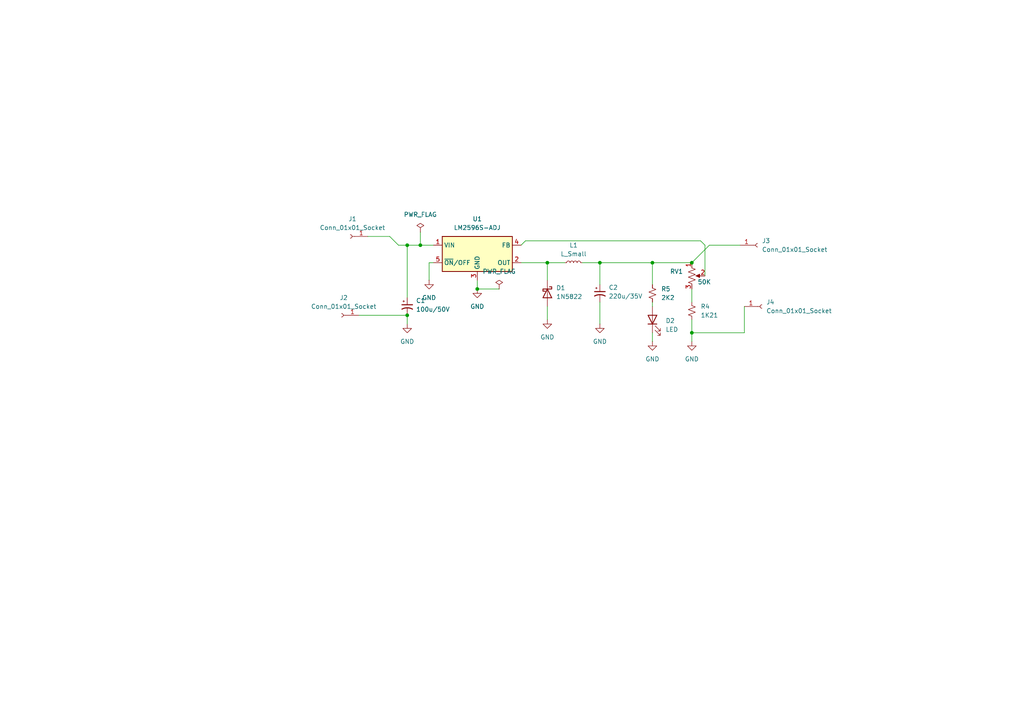
<source format=kicad_sch>
(kicad_sch
	(version 20250114)
	(generator "eeschema")
	(generator_version "9.0")
	(uuid "0fe25a95-418f-49de-89dd-47d1aebaf935")
	(paper "A4")
	(lib_symbols
		(symbol "Connector:Conn_01x01_Socket"
			(pin_names
				(offset 1.016)
				(hide yes)
			)
			(exclude_from_sim no)
			(in_bom yes)
			(on_board yes)
			(property "Reference" "J"
				(at 0 2.54 0)
				(effects
					(font
						(size 1.27 1.27)
					)
				)
			)
			(property "Value" "Conn_01x01_Socket"
				(at 0 -2.54 0)
				(effects
					(font
						(size 1.27 1.27)
					)
				)
			)
			(property "Footprint" ""
				(at 0 0 0)
				(effects
					(font
						(size 1.27 1.27)
					)
					(hide yes)
				)
			)
			(property "Datasheet" "~"
				(at 0 0 0)
				(effects
					(font
						(size 1.27 1.27)
					)
					(hide yes)
				)
			)
			(property "Description" "Generic connector, single row, 01x01, script generated"
				(at 0 0 0)
				(effects
					(font
						(size 1.27 1.27)
					)
					(hide yes)
				)
			)
			(property "ki_locked" ""
				(at 0 0 0)
				(effects
					(font
						(size 1.27 1.27)
					)
				)
			)
			(property "ki_keywords" "connector"
				(at 0 0 0)
				(effects
					(font
						(size 1.27 1.27)
					)
					(hide yes)
				)
			)
			(property "ki_fp_filters" "Connector*:*_1x??_*"
				(at 0 0 0)
				(effects
					(font
						(size 1.27 1.27)
					)
					(hide yes)
				)
			)
			(symbol "Conn_01x01_Socket_1_1"
				(polyline
					(pts
						(xy -1.27 0) (xy -0.508 0)
					)
					(stroke
						(width 0.1524)
						(type default)
					)
					(fill
						(type none)
					)
				)
				(arc
					(start 0 -0.508)
					(mid -0.5058 0)
					(end 0 0.508)
					(stroke
						(width 0.1524)
						(type default)
					)
					(fill
						(type none)
					)
				)
				(pin passive line
					(at -5.08 0 0)
					(length 3.81)
					(name "Pin_1"
						(effects
							(font
								(size 1.27 1.27)
							)
						)
					)
					(number "1"
						(effects
							(font
								(size 1.27 1.27)
							)
						)
					)
				)
			)
			(embedded_fonts no)
		)
		(symbol "Device:C_Polarized_Small_US"
			(pin_numbers
				(hide yes)
			)
			(pin_names
				(offset 0.254)
				(hide yes)
			)
			(exclude_from_sim no)
			(in_bom yes)
			(on_board yes)
			(property "Reference" "C"
				(at 0.254 1.778 0)
				(effects
					(font
						(size 1.27 1.27)
					)
					(justify left)
				)
			)
			(property "Value" "C_Polarized_Small_US"
				(at 0.254 -2.032 0)
				(effects
					(font
						(size 1.27 1.27)
					)
					(justify left)
				)
			)
			(property "Footprint" ""
				(at 0 0 0)
				(effects
					(font
						(size 1.27 1.27)
					)
					(hide yes)
				)
			)
			(property "Datasheet" "~"
				(at 0 0 0)
				(effects
					(font
						(size 1.27 1.27)
					)
					(hide yes)
				)
			)
			(property "Description" "Polarized capacitor, small US symbol"
				(at 0 0 0)
				(effects
					(font
						(size 1.27 1.27)
					)
					(hide yes)
				)
			)
			(property "ki_keywords" "cap capacitor"
				(at 0 0 0)
				(effects
					(font
						(size 1.27 1.27)
					)
					(hide yes)
				)
			)
			(property "ki_fp_filters" "CP_*"
				(at 0 0 0)
				(effects
					(font
						(size 1.27 1.27)
					)
					(hide yes)
				)
			)
			(symbol "C_Polarized_Small_US_0_1"
				(polyline
					(pts
						(xy -1.524 0.508) (xy 1.524 0.508)
					)
					(stroke
						(width 0.3048)
						(type default)
					)
					(fill
						(type none)
					)
				)
				(polyline
					(pts
						(xy -1.27 1.524) (xy -0.762 1.524)
					)
					(stroke
						(width 0)
						(type default)
					)
					(fill
						(type none)
					)
				)
				(polyline
					(pts
						(xy -1.016 1.27) (xy -1.016 1.778)
					)
					(stroke
						(width 0)
						(type default)
					)
					(fill
						(type none)
					)
				)
				(arc
					(start -1.524 -0.762)
					(mid 0 -0.3734)
					(end 1.524 -0.762)
					(stroke
						(width 0.3048)
						(type default)
					)
					(fill
						(type none)
					)
				)
			)
			(symbol "C_Polarized_Small_US_1_1"
				(pin passive line
					(at 0 2.54 270)
					(length 2.032)
					(name "~"
						(effects
							(font
								(size 1.27 1.27)
							)
						)
					)
					(number "1"
						(effects
							(font
								(size 1.27 1.27)
							)
						)
					)
				)
				(pin passive line
					(at 0 -2.54 90)
					(length 2.032)
					(name "~"
						(effects
							(font
								(size 1.27 1.27)
							)
						)
					)
					(number "2"
						(effects
							(font
								(size 1.27 1.27)
							)
						)
					)
				)
			)
			(embedded_fonts no)
		)
		(symbol "Device:LED"
			(pin_numbers
				(hide yes)
			)
			(pin_names
				(offset 1.016)
				(hide yes)
			)
			(exclude_from_sim no)
			(in_bom yes)
			(on_board yes)
			(property "Reference" "D"
				(at 0 2.54 0)
				(effects
					(font
						(size 1.27 1.27)
					)
				)
			)
			(property "Value" "LED"
				(at 0 -2.54 0)
				(effects
					(font
						(size 1.27 1.27)
					)
				)
			)
			(property "Footprint" ""
				(at 0 0 0)
				(effects
					(font
						(size 1.27 1.27)
					)
					(hide yes)
				)
			)
			(property "Datasheet" "~"
				(at 0 0 0)
				(effects
					(font
						(size 1.27 1.27)
					)
					(hide yes)
				)
			)
			(property "Description" "Light emitting diode"
				(at 0 0 0)
				(effects
					(font
						(size 1.27 1.27)
					)
					(hide yes)
				)
			)
			(property "Sim.Pins" "1=K 2=A"
				(at 0 0 0)
				(effects
					(font
						(size 1.27 1.27)
					)
					(hide yes)
				)
			)
			(property "ki_keywords" "LED diode"
				(at 0 0 0)
				(effects
					(font
						(size 1.27 1.27)
					)
					(hide yes)
				)
			)
			(property "ki_fp_filters" "LED* LED_SMD:* LED_THT:*"
				(at 0 0 0)
				(effects
					(font
						(size 1.27 1.27)
					)
					(hide yes)
				)
			)
			(symbol "LED_0_1"
				(polyline
					(pts
						(xy -3.048 -0.762) (xy -4.572 -2.286) (xy -3.81 -2.286) (xy -4.572 -2.286) (xy -4.572 -1.524)
					)
					(stroke
						(width 0)
						(type default)
					)
					(fill
						(type none)
					)
				)
				(polyline
					(pts
						(xy -1.778 -0.762) (xy -3.302 -2.286) (xy -2.54 -2.286) (xy -3.302 -2.286) (xy -3.302 -1.524)
					)
					(stroke
						(width 0)
						(type default)
					)
					(fill
						(type none)
					)
				)
				(polyline
					(pts
						(xy -1.27 0) (xy 1.27 0)
					)
					(stroke
						(width 0)
						(type default)
					)
					(fill
						(type none)
					)
				)
				(polyline
					(pts
						(xy -1.27 -1.27) (xy -1.27 1.27)
					)
					(stroke
						(width 0.254)
						(type default)
					)
					(fill
						(type none)
					)
				)
				(polyline
					(pts
						(xy 1.27 -1.27) (xy 1.27 1.27) (xy -1.27 0) (xy 1.27 -1.27)
					)
					(stroke
						(width 0.254)
						(type default)
					)
					(fill
						(type none)
					)
				)
			)
			(symbol "LED_1_1"
				(pin passive line
					(at -3.81 0 0)
					(length 2.54)
					(name "K"
						(effects
							(font
								(size 1.27 1.27)
							)
						)
					)
					(number "1"
						(effects
							(font
								(size 1.27 1.27)
							)
						)
					)
				)
				(pin passive line
					(at 3.81 0 180)
					(length 2.54)
					(name "A"
						(effects
							(font
								(size 1.27 1.27)
							)
						)
					)
					(number "2"
						(effects
							(font
								(size 1.27 1.27)
							)
						)
					)
				)
			)
			(embedded_fonts no)
		)
		(symbol "Device:L_Small"
			(pin_numbers
				(hide yes)
			)
			(pin_names
				(offset 0.254)
				(hide yes)
			)
			(exclude_from_sim no)
			(in_bom yes)
			(on_board yes)
			(property "Reference" "L"
				(at 0.762 1.016 0)
				(effects
					(font
						(size 1.27 1.27)
					)
					(justify left)
				)
			)
			(property "Value" "L_Small"
				(at 0.762 -1.016 0)
				(effects
					(font
						(size 1.27 1.27)
					)
					(justify left)
				)
			)
			(property "Footprint" ""
				(at 0 0 0)
				(effects
					(font
						(size 1.27 1.27)
					)
					(hide yes)
				)
			)
			(property "Datasheet" "~"
				(at 0 0 0)
				(effects
					(font
						(size 1.27 1.27)
					)
					(hide yes)
				)
			)
			(property "Description" "Inductor, small symbol"
				(at 0 0 0)
				(effects
					(font
						(size 1.27 1.27)
					)
					(hide yes)
				)
			)
			(property "ki_keywords" "inductor choke coil reactor magnetic"
				(at 0 0 0)
				(effects
					(font
						(size 1.27 1.27)
					)
					(hide yes)
				)
			)
			(property "ki_fp_filters" "Choke_* *Coil* Inductor_* L_*"
				(at 0 0 0)
				(effects
					(font
						(size 1.27 1.27)
					)
					(hide yes)
				)
			)
			(symbol "L_Small_0_1"
				(arc
					(start 0 2.032)
					(mid 0.5058 1.524)
					(end 0 1.016)
					(stroke
						(width 0)
						(type default)
					)
					(fill
						(type none)
					)
				)
				(arc
					(start 0 1.016)
					(mid 0.5058 0.508)
					(end 0 0)
					(stroke
						(width 0)
						(type default)
					)
					(fill
						(type none)
					)
				)
				(arc
					(start 0 0)
					(mid 0.5058 -0.508)
					(end 0 -1.016)
					(stroke
						(width 0)
						(type default)
					)
					(fill
						(type none)
					)
				)
				(arc
					(start 0 -1.016)
					(mid 0.5058 -1.524)
					(end 0 -2.032)
					(stroke
						(width 0)
						(type default)
					)
					(fill
						(type none)
					)
				)
			)
			(symbol "L_Small_1_1"
				(pin passive line
					(at 0 2.54 270)
					(length 0.508)
					(name "~"
						(effects
							(font
								(size 1.27 1.27)
							)
						)
					)
					(number "1"
						(effects
							(font
								(size 1.27 1.27)
							)
						)
					)
				)
				(pin passive line
					(at 0 -2.54 90)
					(length 0.508)
					(name "~"
						(effects
							(font
								(size 1.27 1.27)
							)
						)
					)
					(number "2"
						(effects
							(font
								(size 1.27 1.27)
							)
						)
					)
				)
			)
			(embedded_fonts no)
		)
		(symbol "Device:R_Potentiometer_US"
			(pin_names
				(offset 1.016)
				(hide yes)
			)
			(exclude_from_sim no)
			(in_bom yes)
			(on_board yes)
			(property "Reference" "RV"
				(at -4.445 0 90)
				(effects
					(font
						(size 1.27 1.27)
					)
				)
			)
			(property "Value" "R_Potentiometer_US"
				(at -2.54 0 90)
				(effects
					(font
						(size 1.27 1.27)
					)
				)
			)
			(property "Footprint" ""
				(at 0 0 0)
				(effects
					(font
						(size 1.27 1.27)
					)
					(hide yes)
				)
			)
			(property "Datasheet" "~"
				(at 0 0 0)
				(effects
					(font
						(size 1.27 1.27)
					)
					(hide yes)
				)
			)
			(property "Description" "Potentiometer, US symbol"
				(at 0 0 0)
				(effects
					(font
						(size 1.27 1.27)
					)
					(hide yes)
				)
			)
			(property "ki_keywords" "resistor variable"
				(at 0 0 0)
				(effects
					(font
						(size 1.27 1.27)
					)
					(hide yes)
				)
			)
			(property "ki_fp_filters" "Potentiometer*"
				(at 0 0 0)
				(effects
					(font
						(size 1.27 1.27)
					)
					(hide yes)
				)
			)
			(symbol "R_Potentiometer_US_0_1"
				(polyline
					(pts
						(xy 0 2.54) (xy 0 2.286)
					)
					(stroke
						(width 0)
						(type default)
					)
					(fill
						(type none)
					)
				)
				(polyline
					(pts
						(xy 0 2.286) (xy 1.016 1.905) (xy 0 1.524) (xy -1.016 1.143) (xy 0 0.762)
					)
					(stroke
						(width 0)
						(type default)
					)
					(fill
						(type none)
					)
				)
				(polyline
					(pts
						(xy 0 0.762) (xy 1.016 0.381) (xy 0 0) (xy -1.016 -0.381) (xy 0 -0.762)
					)
					(stroke
						(width 0)
						(type default)
					)
					(fill
						(type none)
					)
				)
				(polyline
					(pts
						(xy 0 -0.762) (xy 1.016 -1.143) (xy 0 -1.524) (xy -1.016 -1.905) (xy 0 -2.286)
					)
					(stroke
						(width 0)
						(type default)
					)
					(fill
						(type none)
					)
				)
				(polyline
					(pts
						(xy 0 -2.286) (xy 0 -2.54)
					)
					(stroke
						(width 0)
						(type default)
					)
					(fill
						(type none)
					)
				)
				(polyline
					(pts
						(xy 1.143 0) (xy 2.286 0.508) (xy 2.286 -0.508) (xy 1.143 0)
					)
					(stroke
						(width 0)
						(type default)
					)
					(fill
						(type outline)
					)
				)
				(polyline
					(pts
						(xy 2.54 0) (xy 1.524 0)
					)
					(stroke
						(width 0)
						(type default)
					)
					(fill
						(type none)
					)
				)
			)
			(symbol "R_Potentiometer_US_1_1"
				(pin passive line
					(at 0 3.81 270)
					(length 1.27)
					(name "1"
						(effects
							(font
								(size 1.27 1.27)
							)
						)
					)
					(number "1"
						(effects
							(font
								(size 1.27 1.27)
							)
						)
					)
				)
				(pin passive line
					(at 0 -3.81 90)
					(length 1.27)
					(name "3"
						(effects
							(font
								(size 1.27 1.27)
							)
						)
					)
					(number "3"
						(effects
							(font
								(size 1.27 1.27)
							)
						)
					)
				)
				(pin passive line
					(at 3.81 0 180)
					(length 1.27)
					(name "2"
						(effects
							(font
								(size 1.27 1.27)
							)
						)
					)
					(number "2"
						(effects
							(font
								(size 1.27 1.27)
							)
						)
					)
				)
			)
			(embedded_fonts no)
		)
		(symbol "Device:R_Small_US"
			(pin_numbers
				(hide yes)
			)
			(pin_names
				(offset 0.254)
				(hide yes)
			)
			(exclude_from_sim no)
			(in_bom yes)
			(on_board yes)
			(property "Reference" "R"
				(at 0.762 0.508 0)
				(effects
					(font
						(size 1.27 1.27)
					)
					(justify left)
				)
			)
			(property "Value" "R_Small_US"
				(at 0.762 -1.016 0)
				(effects
					(font
						(size 1.27 1.27)
					)
					(justify left)
				)
			)
			(property "Footprint" ""
				(at 0 0 0)
				(effects
					(font
						(size 1.27 1.27)
					)
					(hide yes)
				)
			)
			(property "Datasheet" "~"
				(at 0 0 0)
				(effects
					(font
						(size 1.27 1.27)
					)
					(hide yes)
				)
			)
			(property "Description" "Resistor, small US symbol"
				(at 0 0 0)
				(effects
					(font
						(size 1.27 1.27)
					)
					(hide yes)
				)
			)
			(property "ki_keywords" "r resistor"
				(at 0 0 0)
				(effects
					(font
						(size 1.27 1.27)
					)
					(hide yes)
				)
			)
			(property "ki_fp_filters" "R_*"
				(at 0 0 0)
				(effects
					(font
						(size 1.27 1.27)
					)
					(hide yes)
				)
			)
			(symbol "R_Small_US_1_1"
				(polyline
					(pts
						(xy 0 1.524) (xy 1.016 1.143) (xy 0 0.762) (xy -1.016 0.381) (xy 0 0)
					)
					(stroke
						(width 0)
						(type default)
					)
					(fill
						(type none)
					)
				)
				(polyline
					(pts
						(xy 0 0) (xy 1.016 -0.381) (xy 0 -0.762) (xy -1.016 -1.143) (xy 0 -1.524)
					)
					(stroke
						(width 0)
						(type default)
					)
					(fill
						(type none)
					)
				)
				(pin passive line
					(at 0 2.54 270)
					(length 1.016)
					(name "~"
						(effects
							(font
								(size 1.27 1.27)
							)
						)
					)
					(number "1"
						(effects
							(font
								(size 1.27 1.27)
							)
						)
					)
				)
				(pin passive line
					(at 0 -2.54 90)
					(length 1.016)
					(name "~"
						(effects
							(font
								(size 1.27 1.27)
							)
						)
					)
					(number "2"
						(effects
							(font
								(size 1.27 1.27)
							)
						)
					)
				)
			)
			(embedded_fonts no)
		)
		(symbol "Diode:1N5822"
			(pin_numbers
				(hide yes)
			)
			(pin_names
				(offset 1.016)
				(hide yes)
			)
			(exclude_from_sim no)
			(in_bom yes)
			(on_board yes)
			(property "Reference" "D"
				(at 0 2.54 0)
				(effects
					(font
						(size 1.27 1.27)
					)
				)
			)
			(property "Value" "1N5822"
				(at 0 -2.54 0)
				(effects
					(font
						(size 1.27 1.27)
					)
				)
			)
			(property "Footprint" "Diode_THT:D_DO-201AD_P15.24mm_Horizontal"
				(at 0 -4.445 0)
				(effects
					(font
						(size 1.27 1.27)
					)
					(hide yes)
				)
			)
			(property "Datasheet" "http://www.vishay.com/docs/88526/1n5820.pdf"
				(at 0 0 0)
				(effects
					(font
						(size 1.27 1.27)
					)
					(hide yes)
				)
			)
			(property "Description" "40V 3A Schottky Barrier Rectifier Diode, DO-201AD"
				(at 0 0 0)
				(effects
					(font
						(size 1.27 1.27)
					)
					(hide yes)
				)
			)
			(property "ki_keywords" "diode Schottky"
				(at 0 0 0)
				(effects
					(font
						(size 1.27 1.27)
					)
					(hide yes)
				)
			)
			(property "ki_fp_filters" "D*DO?201AD*"
				(at 0 0 0)
				(effects
					(font
						(size 1.27 1.27)
					)
					(hide yes)
				)
			)
			(symbol "1N5822_0_1"
				(polyline
					(pts
						(xy -1.905 0.635) (xy -1.905 1.27) (xy -1.27 1.27) (xy -1.27 -1.27) (xy -0.635 -1.27) (xy -0.635 -0.635)
					)
					(stroke
						(width 0.254)
						(type default)
					)
					(fill
						(type none)
					)
				)
				(polyline
					(pts
						(xy 1.27 1.27) (xy 1.27 -1.27) (xy -1.27 0) (xy 1.27 1.27)
					)
					(stroke
						(width 0.254)
						(type default)
					)
					(fill
						(type none)
					)
				)
				(polyline
					(pts
						(xy 1.27 0) (xy -1.27 0)
					)
					(stroke
						(width 0)
						(type default)
					)
					(fill
						(type none)
					)
				)
			)
			(symbol "1N5822_1_1"
				(pin passive line
					(at -3.81 0 0)
					(length 2.54)
					(name "K"
						(effects
							(font
								(size 1.27 1.27)
							)
						)
					)
					(number "1"
						(effects
							(font
								(size 1.27 1.27)
							)
						)
					)
				)
				(pin passive line
					(at 3.81 0 180)
					(length 2.54)
					(name "A"
						(effects
							(font
								(size 1.27 1.27)
							)
						)
					)
					(number "2"
						(effects
							(font
								(size 1.27 1.27)
							)
						)
					)
				)
			)
			(embedded_fonts no)
		)
		(symbol "Regulator_Switching:LM2596S-ADJ"
			(exclude_from_sim no)
			(in_bom yes)
			(on_board yes)
			(property "Reference" "U"
				(at -10.16 6.35 0)
				(effects
					(font
						(size 1.27 1.27)
					)
					(justify left)
				)
			)
			(property "Value" "LM2596S-ADJ"
				(at 0 6.35 0)
				(effects
					(font
						(size 1.27 1.27)
					)
					(justify left)
				)
			)
			(property "Footprint" "Package_TO_SOT_SMD:TO-263-5_TabPin3"
				(at 1.27 -6.35 0)
				(effects
					(font
						(size 1.27 1.27)
						(italic yes)
					)
					(justify left)
					(hide yes)
				)
			)
			(property "Datasheet" "http://www.ti.com/lit/ds/symlink/lm2596.pdf"
				(at 0 0 0)
				(effects
					(font
						(size 1.27 1.27)
					)
					(hide yes)
				)
			)
			(property "Description" "Adjustable 3A Step-Down Voltage Regulator, TO-263"
				(at 0 0 0)
				(effects
					(font
						(size 1.27 1.27)
					)
					(hide yes)
				)
			)
			(property "ki_keywords" "Step-Down Voltage Regulator Adjustable 3A"
				(at 0 0 0)
				(effects
					(font
						(size 1.27 1.27)
					)
					(hide yes)
				)
			)
			(property "ki_fp_filters" "TO?263*"
				(at 0 0 0)
				(effects
					(font
						(size 1.27 1.27)
					)
					(hide yes)
				)
			)
			(symbol "LM2596S-ADJ_0_1"
				(rectangle
					(start -10.16 5.08)
					(end 10.16 -5.08)
					(stroke
						(width 0.254)
						(type default)
					)
					(fill
						(type background)
					)
				)
			)
			(symbol "LM2596S-ADJ_1_1"
				(pin power_in line
					(at -12.7 2.54 0)
					(length 2.54)
					(name "VIN"
						(effects
							(font
								(size 1.27 1.27)
							)
						)
					)
					(number "1"
						(effects
							(font
								(size 1.27 1.27)
							)
						)
					)
				)
				(pin input line
					(at -12.7 -2.54 0)
					(length 2.54)
					(name "~{ON}/OFF"
						(effects
							(font
								(size 1.27 1.27)
							)
						)
					)
					(number "5"
						(effects
							(font
								(size 1.27 1.27)
							)
						)
					)
				)
				(pin power_in line
					(at 0 -7.62 90)
					(length 2.54)
					(name "GND"
						(effects
							(font
								(size 1.27 1.27)
							)
						)
					)
					(number "3"
						(effects
							(font
								(size 1.27 1.27)
							)
						)
					)
				)
				(pin input line
					(at 12.7 2.54 180)
					(length 2.54)
					(name "FB"
						(effects
							(font
								(size 1.27 1.27)
							)
						)
					)
					(number "4"
						(effects
							(font
								(size 1.27 1.27)
							)
						)
					)
				)
				(pin output line
					(at 12.7 -2.54 180)
					(length 2.54)
					(name "OUT"
						(effects
							(font
								(size 1.27 1.27)
							)
						)
					)
					(number "2"
						(effects
							(font
								(size 1.27 1.27)
							)
						)
					)
				)
			)
			(embedded_fonts no)
		)
		(symbol "power:GND"
			(power)
			(pin_numbers
				(hide yes)
			)
			(pin_names
				(offset 0)
				(hide yes)
			)
			(exclude_from_sim no)
			(in_bom yes)
			(on_board yes)
			(property "Reference" "#PWR"
				(at 0 -6.35 0)
				(effects
					(font
						(size 1.27 1.27)
					)
					(hide yes)
				)
			)
			(property "Value" "GND"
				(at 0 -3.81 0)
				(effects
					(font
						(size 1.27 1.27)
					)
				)
			)
			(property "Footprint" ""
				(at 0 0 0)
				(effects
					(font
						(size 1.27 1.27)
					)
					(hide yes)
				)
			)
			(property "Datasheet" ""
				(at 0 0 0)
				(effects
					(font
						(size 1.27 1.27)
					)
					(hide yes)
				)
			)
			(property "Description" "Power symbol creates a global label with name \"GND\" , ground"
				(at 0 0 0)
				(effects
					(font
						(size 1.27 1.27)
					)
					(hide yes)
				)
			)
			(property "ki_keywords" "global power"
				(at 0 0 0)
				(effects
					(font
						(size 1.27 1.27)
					)
					(hide yes)
				)
			)
			(symbol "GND_0_1"
				(polyline
					(pts
						(xy 0 0) (xy 0 -1.27) (xy 1.27 -1.27) (xy 0 -2.54) (xy -1.27 -1.27) (xy 0 -1.27)
					)
					(stroke
						(width 0)
						(type default)
					)
					(fill
						(type none)
					)
				)
			)
			(symbol "GND_1_1"
				(pin power_in line
					(at 0 0 270)
					(length 0)
					(name "~"
						(effects
							(font
								(size 1.27 1.27)
							)
						)
					)
					(number "1"
						(effects
							(font
								(size 1.27 1.27)
							)
						)
					)
				)
			)
			(embedded_fonts no)
		)
		(symbol "power:PWR_FLAG"
			(power)
			(pin_numbers
				(hide yes)
			)
			(pin_names
				(offset 0)
				(hide yes)
			)
			(exclude_from_sim no)
			(in_bom yes)
			(on_board yes)
			(property "Reference" "#FLG"
				(at 0 1.905 0)
				(effects
					(font
						(size 1.27 1.27)
					)
					(hide yes)
				)
			)
			(property "Value" "PWR_FLAG"
				(at 0 3.81 0)
				(effects
					(font
						(size 1.27 1.27)
					)
				)
			)
			(property "Footprint" ""
				(at 0 0 0)
				(effects
					(font
						(size 1.27 1.27)
					)
					(hide yes)
				)
			)
			(property "Datasheet" "~"
				(at 0 0 0)
				(effects
					(font
						(size 1.27 1.27)
					)
					(hide yes)
				)
			)
			(property "Description" "Special symbol for telling ERC where power comes from"
				(at 0 0 0)
				(effects
					(font
						(size 1.27 1.27)
					)
					(hide yes)
				)
			)
			(property "ki_keywords" "flag power"
				(at 0 0 0)
				(effects
					(font
						(size 1.27 1.27)
					)
					(hide yes)
				)
			)
			(symbol "PWR_FLAG_0_0"
				(pin power_out line
					(at 0 0 90)
					(length 0)
					(name "~"
						(effects
							(font
								(size 1.27 1.27)
							)
						)
					)
					(number "1"
						(effects
							(font
								(size 1.27 1.27)
							)
						)
					)
				)
			)
			(symbol "PWR_FLAG_0_1"
				(polyline
					(pts
						(xy 0 0) (xy 0 1.27) (xy -1.016 1.905) (xy 0 2.54) (xy 1.016 1.905) (xy 0 1.27)
					)
					(stroke
						(width 0)
						(type default)
					)
					(fill
						(type none)
					)
				)
			)
			(embedded_fonts no)
		)
	)
	(junction
		(at 138.43 83.82)
		(diameter 0)
		(color 0 0 0 0)
		(uuid "0805311c-3c2e-4762-966b-5132682ccd50")
	)
	(junction
		(at 158.75 76.2)
		(diameter 0)
		(color 0 0 0 0)
		(uuid "39804e33-ea11-41cf-bad2-967bfd9fdddc")
	)
	(junction
		(at 173.99 76.2)
		(diameter 0)
		(color 0 0 0 0)
		(uuid "39f1f990-3bf5-4e9a-b1d6-67d91d2803e1")
	)
	(junction
		(at 118.11 71.12)
		(diameter 0)
		(color 0 0 0 0)
		(uuid "3b8ef363-de8e-433c-b442-e2a49c30fd56")
	)
	(junction
		(at 118.11 91.44)
		(diameter 0)
		(color 0 0 0 0)
		(uuid "6e733c3b-8d47-48eb-b355-34a212c5c5aa")
	)
	(junction
		(at 200.66 96.52)
		(diameter 0)
		(color 0 0 0 0)
		(uuid "8f44aecb-7bc0-4e71-a40f-bbe500f71cd7")
	)
	(junction
		(at 121.92 71.12)
		(diameter 0)
		(color 0 0 0 0)
		(uuid "b0a8304e-11cb-409e-84d6-a6c8e080ebd3")
	)
	(junction
		(at 200.66 76.2)
		(diameter 0)
		(color 0 0 0 0)
		(uuid "cb0ffc17-38e1-4d92-9302-fc76ac3ae1ce")
	)
	(junction
		(at 189.23 76.2)
		(diameter 0)
		(color 0 0 0 0)
		(uuid "e515c3f1-a5a6-4123-a6da-694a6da62b89")
	)
	(wire
		(pts
			(xy 151.13 76.2) (xy 158.75 76.2)
		)
		(stroke
			(width 0)
			(type default)
		)
		(uuid "017ec3ed-2f70-4e45-b979-e9540818f938")
	)
	(wire
		(pts
			(xy 106.68 68.58) (xy 113.03 68.58)
		)
		(stroke
			(width 0)
			(type default)
		)
		(uuid "04ba6b7a-8641-424d-a355-85e2f1fe242d")
	)
	(wire
		(pts
			(xy 118.11 71.12) (xy 121.92 71.12)
		)
		(stroke
			(width 0)
			(type default)
		)
		(uuid "0b6cd6fa-2d2e-4425-88ba-cf5de06d85c7")
	)
	(wire
		(pts
			(xy 118.11 71.12) (xy 118.11 86.36)
		)
		(stroke
			(width 0)
			(type default)
		)
		(uuid "1942b715-6fa0-4733-9b2a-a32d2ca1c386")
	)
	(wire
		(pts
			(xy 152.4 69.85) (xy 151.13 71.12)
		)
		(stroke
			(width 0)
			(type default)
		)
		(uuid "1cfad6b3-dd98-48e6-8907-5051579e6f47")
	)
	(wire
		(pts
			(xy 138.43 83.82) (xy 144.78 83.82)
		)
		(stroke
			(width 0)
			(type default)
		)
		(uuid "1d8432e7-008a-494a-94e3-ae4909d71aa1")
	)
	(wire
		(pts
			(xy 124.46 76.2) (xy 124.46 81.28)
		)
		(stroke
			(width 0)
			(type default)
		)
		(uuid "2032d162-ce1b-469e-8663-888bf52014cf")
	)
	(wire
		(pts
			(xy 121.92 71.12) (xy 125.73 71.12)
		)
		(stroke
			(width 0)
			(type default)
		)
		(uuid "22171e2b-4fff-4bea-b435-956326df2c02")
	)
	(wire
		(pts
			(xy 200.66 96.52) (xy 200.66 99.06)
		)
		(stroke
			(width 0)
			(type default)
		)
		(uuid "2669da8c-433c-453a-a6dc-5e171cd5811c")
	)
	(wire
		(pts
			(xy 173.99 76.2) (xy 173.99 82.55)
		)
		(stroke
			(width 0)
			(type default)
		)
		(uuid "2703e170-b65d-46c8-b262-450e6af9f29e")
	)
	(wire
		(pts
			(xy 121.92 67.31) (xy 121.92 71.12)
		)
		(stroke
			(width 0)
			(type default)
		)
		(uuid "29fb7d67-b596-47e5-a423-a54d866f534b")
	)
	(wire
		(pts
			(xy 138.43 81.28) (xy 138.43 83.82)
		)
		(stroke
			(width 0)
			(type default)
		)
		(uuid "35072d3c-ba5e-47d3-acd1-ecc05660ce8d")
	)
	(wire
		(pts
			(xy 214.63 71.12) (xy 205.74 71.12)
		)
		(stroke
			(width 0)
			(type default)
		)
		(uuid "363d7024-8c32-4f9a-b771-21f42e2a50ec")
	)
	(wire
		(pts
			(xy 173.99 76.2) (xy 189.23 76.2)
		)
		(stroke
			(width 0)
			(type default)
		)
		(uuid "3f92234b-3cbd-4da7-b116-0f7dfb02e27d")
	)
	(wire
		(pts
			(xy 158.75 76.2) (xy 163.83 76.2)
		)
		(stroke
			(width 0)
			(type default)
		)
		(uuid "46ae771d-4321-478f-91e2-5bd985f1dba7")
	)
	(wire
		(pts
			(xy 158.75 76.2) (xy 158.75 81.28)
		)
		(stroke
			(width 0)
			(type default)
		)
		(uuid "4da9eadb-1967-4017-b5b4-0993583961aa")
	)
	(wire
		(pts
			(xy 118.11 91.44) (xy 118.11 93.98)
		)
		(stroke
			(width 0)
			(type default)
		)
		(uuid "4dc6f53a-3e7b-4e4b-a148-5ce8d0f23171")
	)
	(wire
		(pts
			(xy 200.66 92.71) (xy 200.66 96.52)
		)
		(stroke
			(width 0)
			(type default)
		)
		(uuid "5065a638-7975-4232-8ccd-b7a7fe58f2d1")
	)
	(wire
		(pts
			(xy 115.57 71.12) (xy 118.11 71.12)
		)
		(stroke
			(width 0)
			(type default)
		)
		(uuid "533363c8-eba2-4633-b434-3702f309a8bc")
	)
	(wire
		(pts
			(xy 158.75 88.9) (xy 158.75 92.71)
		)
		(stroke
			(width 0)
			(type default)
		)
		(uuid "5d1c95c3-5a6f-4f9a-9874-49f00cbe949f")
	)
	(wire
		(pts
			(xy 189.23 76.2) (xy 200.66 76.2)
		)
		(stroke
			(width 0)
			(type default)
		)
		(uuid "62c09a65-4994-4b10-a6b5-d8f919012833")
	)
	(wire
		(pts
			(xy 189.23 87.63) (xy 189.23 88.9)
		)
		(stroke
			(width 0)
			(type default)
		)
		(uuid "62e72f15-ddec-45e8-857a-0f92197b50fd")
	)
	(wire
		(pts
			(xy 205.74 71.12) (xy 200.66 76.2)
		)
		(stroke
			(width 0)
			(type default)
		)
		(uuid "77ca6f30-9a6e-4383-aff9-fd353f1e9f92")
	)
	(wire
		(pts
			(xy 200.66 83.82) (xy 200.66 87.63)
		)
		(stroke
			(width 0)
			(type default)
		)
		(uuid "7b055175-ea8b-461a-824a-21059c7fd6e9")
	)
	(wire
		(pts
			(xy 204.47 71.12) (xy 203.2 69.85)
		)
		(stroke
			(width 0)
			(type default)
		)
		(uuid "8a02ef23-80db-40a3-bd9a-fb7f8a2006fd")
	)
	(wire
		(pts
			(xy 173.99 87.63) (xy 173.99 93.98)
		)
		(stroke
			(width 0)
			(type default)
		)
		(uuid "8a3fb913-0ed4-4203-8a5a-1ffc1243154e")
	)
	(wire
		(pts
			(xy 113.03 68.58) (xy 115.57 71.12)
		)
		(stroke
			(width 0)
			(type default)
		)
		(uuid "94821dfe-582d-4df9-8bf0-cfbdffc2c4c1")
	)
	(wire
		(pts
			(xy 204.47 80.01) (xy 204.47 71.12)
		)
		(stroke
			(width 0)
			(type default)
		)
		(uuid "a2fc2813-e38e-4c11-94e0-a5336fdc9e21")
	)
	(wire
		(pts
			(xy 203.2 69.85) (xy 152.4 69.85)
		)
		(stroke
			(width 0)
			(type default)
		)
		(uuid "b3340092-999d-490b-ae1b-faf455d022f6")
	)
	(wire
		(pts
			(xy 189.23 76.2) (xy 189.23 82.55)
		)
		(stroke
			(width 0)
			(type default)
		)
		(uuid "b48c6887-b469-471e-af80-f0cba329fdbb")
	)
	(wire
		(pts
			(xy 168.91 76.2) (xy 173.99 76.2)
		)
		(stroke
			(width 0)
			(type default)
		)
		(uuid "c1d6eda8-923f-458d-8d84-c3d5e6c56fbd")
	)
	(wire
		(pts
			(xy 124.46 76.2) (xy 125.73 76.2)
		)
		(stroke
			(width 0)
			(type default)
		)
		(uuid "c3d1bf6c-e832-45ca-9c2c-da5f41a44b90")
	)
	(wire
		(pts
			(xy 104.14 91.44) (xy 118.11 91.44)
		)
		(stroke
			(width 0)
			(type default)
		)
		(uuid "d1cd0ffe-e153-414a-bc9e-fcc5b70802ef")
	)
	(wire
		(pts
			(xy 215.9 88.9) (xy 215.9 96.52)
		)
		(stroke
			(width 0)
			(type default)
		)
		(uuid "d7745527-04ef-4bbf-ada3-4dde12e66ae8")
	)
	(wire
		(pts
			(xy 200.66 96.52) (xy 215.9 96.52)
		)
		(stroke
			(width 0)
			(type default)
		)
		(uuid "dfbc3e82-adf2-4b37-9d68-89a070fa30d9")
	)
	(wire
		(pts
			(xy 189.23 96.52) (xy 189.23 99.06)
		)
		(stroke
			(width 0)
			(type default)
		)
		(uuid "f43ca653-5200-4c0a-a21c-163dc56d4484")
	)
	(symbol
		(lib_id "power:GND")
		(at 118.11 93.98 0)
		(unit 1)
		(exclude_from_sim no)
		(in_bom yes)
		(on_board yes)
		(dnp no)
		(fields_autoplaced yes)
		(uuid "05e78199-6952-4d52-9ebb-0d0574ec6af0")
		(property "Reference" "#PWR02"
			(at 118.11 100.33 0)
			(effects
				(font
					(size 1.27 1.27)
				)
				(hide yes)
			)
		)
		(property "Value" "GND"
			(at 118.11 99.06 0)
			(effects
				(font
					(size 1.27 1.27)
				)
			)
		)
		(property "Footprint" ""
			(at 118.11 93.98 0)
			(effects
				(font
					(size 1.27 1.27)
				)
				(hide yes)
			)
		)
		(property "Datasheet" ""
			(at 118.11 93.98 0)
			(effects
				(font
					(size 1.27 1.27)
				)
				(hide yes)
			)
		)
		(property "Description" "Power symbol creates a global label with name \"GND\" , ground"
			(at 118.11 93.98 0)
			(effects
				(font
					(size 1.27 1.27)
				)
				(hide yes)
			)
		)
		(pin "1"
			(uuid "8f57eec0-3e37-44b3-b92c-343fcf463290")
		)
		(instances
			(project "buck_converter"
				(path "/0fe25a95-418f-49de-89dd-47d1aebaf935"
					(reference "#PWR02")
					(unit 1)
				)
			)
		)
	)
	(symbol
		(lib_id "Device:C_Polarized_Small_US")
		(at 173.99 85.09 0)
		(unit 1)
		(exclude_from_sim no)
		(in_bom yes)
		(on_board yes)
		(dnp no)
		(fields_autoplaced yes)
		(uuid "0672c60c-f59d-49cc-8cdd-ed0d976b6de2")
		(property "Reference" "C2"
			(at 176.53 83.3881 0)
			(effects
				(font
					(size 1.27 1.27)
				)
				(justify left)
			)
		)
		(property "Value" "220u/35V"
			(at 176.53 85.9281 0)
			(effects
				(font
					(size 1.27 1.27)
				)
				(justify left)
			)
		)
		(property "Footprint" "Capacitor_SMD:CP_Elec_6.3x5.3"
			(at 173.99 85.09 0)
			(effects
				(font
					(size 1.27 1.27)
				)
				(hide yes)
			)
		)
		(property "Datasheet" "~"
			(at 173.99 85.09 0)
			(effects
				(font
					(size 1.27 1.27)
				)
				(hide yes)
			)
		)
		(property "Description" "Polarized capacitor, small US symbol"
			(at 173.99 85.09 0)
			(effects
				(font
					(size 1.27 1.27)
				)
				(hide yes)
			)
		)
		(pin "2"
			(uuid "22aa8d77-18af-4305-93d9-72c27121840c")
		)
		(pin "1"
			(uuid "43bd00ee-218c-4f6a-972d-edb052368c7e")
		)
		(instances
			(project ""
				(path "/0fe25a95-418f-49de-89dd-47d1aebaf935"
					(reference "C2")
					(unit 1)
				)
			)
		)
	)
	(symbol
		(lib_id "Connector:Conn_01x01_Socket")
		(at 220.98 88.9 0)
		(unit 1)
		(exclude_from_sim no)
		(in_bom yes)
		(on_board yes)
		(dnp no)
		(fields_autoplaced yes)
		(uuid "0cadcc45-9d37-4a06-b5d6-94bf3fa58b92")
		(property "Reference" "J4"
			(at 222.25 87.6299 0)
			(effects
				(font
					(size 1.27 1.27)
				)
				(justify left)
			)
		)
		(property "Value" "Conn_01x01_Socket"
			(at 222.25 90.1699 0)
			(effects
				(font
					(size 1.27 1.27)
				)
				(justify left)
			)
		)
		(property "Footprint" "Connector_Wire:SolderWire-0.5sqmm_1x01_D0.9mm_OD2.1mm"
			(at 220.98 88.9 0)
			(effects
				(font
					(size 1.27 1.27)
				)
				(hide yes)
			)
		)
		(property "Datasheet" "~"
			(at 220.98 88.9 0)
			(effects
				(font
					(size 1.27 1.27)
				)
				(hide yes)
			)
		)
		(property "Description" "Generic connector, single row, 01x01, script generated"
			(at 220.98 88.9 0)
			(effects
				(font
					(size 1.27 1.27)
				)
				(hide yes)
			)
		)
		(pin "1"
			(uuid "a4807ab7-6273-4499-b57e-233256395586")
		)
		(instances
			(project "buck_converter"
				(path "/0fe25a95-418f-49de-89dd-47d1aebaf935"
					(reference "J4")
					(unit 1)
				)
			)
		)
	)
	(symbol
		(lib_id "Device:R_Small_US")
		(at 200.66 90.17 0)
		(unit 1)
		(exclude_from_sim no)
		(in_bom yes)
		(on_board yes)
		(dnp no)
		(fields_autoplaced yes)
		(uuid "154c95d7-a5fa-4a75-ba2d-8a919b59eaae")
		(property "Reference" "R4"
			(at 203.2 88.8999 0)
			(effects
				(font
					(size 1.27 1.27)
				)
				(justify left)
			)
		)
		(property "Value" "1K21"
			(at 203.2 91.4399 0)
			(effects
				(font
					(size 1.27 1.27)
				)
				(justify left)
			)
		)
		(property "Footprint" "Resistor_SMD:R_0402_1005Metric"
			(at 200.66 90.17 0)
			(effects
				(font
					(size 1.27 1.27)
				)
				(hide yes)
			)
		)
		(property "Datasheet" "~"
			(at 200.66 90.17 0)
			(effects
				(font
					(size 1.27 1.27)
				)
				(hide yes)
			)
		)
		(property "Description" "Resistor, small US symbol"
			(at 200.66 90.17 0)
			(effects
				(font
					(size 1.27 1.27)
				)
				(hide yes)
			)
		)
		(pin "1"
			(uuid "1e38a80f-2136-4eb5-8f13-8f985c379b2c")
		)
		(pin "2"
			(uuid "869b5a2b-ee8a-43d0-9f9a-87fb6d443c1d")
		)
		(instances
			(project ""
				(path "/0fe25a95-418f-49de-89dd-47d1aebaf935"
					(reference "R4")
					(unit 1)
				)
			)
		)
	)
	(symbol
		(lib_id "power:GND")
		(at 189.23 99.06 0)
		(unit 1)
		(exclude_from_sim no)
		(in_bom yes)
		(on_board yes)
		(dnp no)
		(fields_autoplaced yes)
		(uuid "29885030-9432-40a2-aa27-fd946b50053b")
		(property "Reference" "#PWR06"
			(at 189.23 105.41 0)
			(effects
				(font
					(size 1.27 1.27)
				)
				(hide yes)
			)
		)
		(property "Value" "GND"
			(at 189.23 104.14 0)
			(effects
				(font
					(size 1.27 1.27)
				)
			)
		)
		(property "Footprint" ""
			(at 189.23 99.06 0)
			(effects
				(font
					(size 1.27 1.27)
				)
				(hide yes)
			)
		)
		(property "Datasheet" ""
			(at 189.23 99.06 0)
			(effects
				(font
					(size 1.27 1.27)
				)
				(hide yes)
			)
		)
		(property "Description" "Power symbol creates a global label with name \"GND\" , ground"
			(at 189.23 99.06 0)
			(effects
				(font
					(size 1.27 1.27)
				)
				(hide yes)
			)
		)
		(pin "1"
			(uuid "7a970708-0fc0-42b4-b86b-52be35beb407")
		)
		(instances
			(project "buck_converter"
				(path "/0fe25a95-418f-49de-89dd-47d1aebaf935"
					(reference "#PWR06")
					(unit 1)
				)
			)
		)
	)
	(symbol
		(lib_id "power:GND")
		(at 158.75 92.71 0)
		(unit 1)
		(exclude_from_sim no)
		(in_bom yes)
		(on_board yes)
		(dnp no)
		(fields_autoplaced yes)
		(uuid "3d6bad05-0692-45fb-af3f-8d7f17a7d834")
		(property "Reference" "#PWR04"
			(at 158.75 99.06 0)
			(effects
				(font
					(size 1.27 1.27)
				)
				(hide yes)
			)
		)
		(property "Value" "GND"
			(at 158.75 97.79 0)
			(effects
				(font
					(size 1.27 1.27)
				)
			)
		)
		(property "Footprint" ""
			(at 158.75 92.71 0)
			(effects
				(font
					(size 1.27 1.27)
				)
				(hide yes)
			)
		)
		(property "Datasheet" ""
			(at 158.75 92.71 0)
			(effects
				(font
					(size 1.27 1.27)
				)
				(hide yes)
			)
		)
		(property "Description" "Power symbol creates a global label with name \"GND\" , ground"
			(at 158.75 92.71 0)
			(effects
				(font
					(size 1.27 1.27)
				)
				(hide yes)
			)
		)
		(pin "1"
			(uuid "98afd81c-e0e3-4976-af4b-71a5b6f7c376")
		)
		(instances
			(project "buck_converter"
				(path "/0fe25a95-418f-49de-89dd-47d1aebaf935"
					(reference "#PWR04")
					(unit 1)
				)
			)
		)
	)
	(symbol
		(lib_id "Device:C_Polarized_Small_US")
		(at 118.11 88.9 0)
		(unit 1)
		(exclude_from_sim no)
		(in_bom yes)
		(on_board yes)
		(dnp no)
		(fields_autoplaced yes)
		(uuid "3e2fb418-6db0-4368-81d2-da7a3d091024")
		(property "Reference" "C1"
			(at 120.65 87.1981 0)
			(effects
				(font
					(size 1.27 1.27)
				)
				(justify left)
			)
		)
		(property "Value" "100u/50V"
			(at 120.65 89.7381 0)
			(effects
				(font
					(size 1.27 1.27)
				)
				(justify left)
			)
		)
		(property "Footprint" "Capacitor_SMD:CP_Elec_6.3x5.3"
			(at 118.11 88.9 0)
			(effects
				(font
					(size 1.27 1.27)
				)
				(hide yes)
			)
		)
		(property "Datasheet" "~"
			(at 118.11 88.9 0)
			(effects
				(font
					(size 1.27 1.27)
				)
				(hide yes)
			)
		)
		(property "Description" "Polarized capacitor, small US symbol"
			(at 118.11 88.9 0)
			(effects
				(font
					(size 1.27 1.27)
				)
				(hide yes)
			)
		)
		(pin "1"
			(uuid "62a4dd6c-7a0f-43dc-9683-5b620b5dd1b8")
		)
		(pin "2"
			(uuid "58ad6f0d-a664-4dd7-94e4-1aee2ada2a3b")
		)
		(instances
			(project ""
				(path "/0fe25a95-418f-49de-89dd-47d1aebaf935"
					(reference "C1")
					(unit 1)
				)
			)
		)
	)
	(symbol
		(lib_id "Regulator_Switching:LM2596S-ADJ")
		(at 138.43 73.66 0)
		(unit 1)
		(exclude_from_sim no)
		(in_bom yes)
		(on_board yes)
		(dnp no)
		(fields_autoplaced yes)
		(uuid "43b06bd5-197c-4da5-9435-0ba4d65915c9")
		(property "Reference" "U1"
			(at 138.43 63.5 0)
			(effects
				(font
					(size 1.27 1.27)
				)
			)
		)
		(property "Value" "LM2596S-ADJ"
			(at 138.43 66.04 0)
			(effects
				(font
					(size 1.27 1.27)
				)
			)
		)
		(property "Footprint" "Package_TO_SOT_SMD:TO-263-5_TabPin3"
			(at 139.7 80.01 0)
			(effects
				(font
					(size 1.27 1.27)
					(italic yes)
				)
				(justify left)
				(hide yes)
			)
		)
		(property "Datasheet" "http://www.ti.com/lit/ds/symlink/lm2596.pdf"
			(at 138.43 73.66 0)
			(effects
				(font
					(size 1.27 1.27)
				)
				(hide yes)
			)
		)
		(property "Description" "Adjustable 3A Step-Down Voltage Regulator, TO-263"
			(at 138.43 73.66 0)
			(effects
				(font
					(size 1.27 1.27)
				)
				(hide yes)
			)
		)
		(pin "5"
			(uuid "8ebec704-8f8a-40d4-b846-672cc6a1903b")
		)
		(pin "3"
			(uuid "44dc30f2-a287-4a24-9cb8-eee973bb0b8b")
		)
		(pin "1"
			(uuid "576e13dd-d2f8-47ad-aa4e-fa5ece0a679a")
		)
		(pin "4"
			(uuid "71369e60-0917-4fab-b305-41718044139f")
		)
		(pin "2"
			(uuid "91fb4df7-10f4-4933-8af8-1ec16ec872a1")
		)
		(instances
			(project ""
				(path "/0fe25a95-418f-49de-89dd-47d1aebaf935"
					(reference "U1")
					(unit 1)
				)
			)
		)
	)
	(symbol
		(lib_id "Device:L_Small")
		(at 166.37 76.2 90)
		(unit 1)
		(exclude_from_sim no)
		(in_bom yes)
		(on_board yes)
		(dnp no)
		(fields_autoplaced yes)
		(uuid "493d19a1-268e-4670-b972-dde7beab1d0b")
		(property "Reference" "L1"
			(at 166.37 71.12 90)
			(effects
				(font
					(size 1.27 1.27)
				)
			)
		)
		(property "Value" "L_Small"
			(at 166.37 73.66 90)
			(effects
				(font
					(size 1.27 1.27)
				)
			)
		)
		(property "Footprint" "Inductor_SMD:L_Chilisin_BMRA00040415"
			(at 166.37 76.2 0)
			(effects
				(font
					(size 1.27 1.27)
				)
				(hide yes)
			)
		)
		(property "Datasheet" "~"
			(at 166.37 76.2 0)
			(effects
				(font
					(size 1.27 1.27)
				)
				(hide yes)
			)
		)
		(property "Description" "Inductor, small symbol"
			(at 166.37 76.2 0)
			(effects
				(font
					(size 1.27 1.27)
				)
				(hide yes)
			)
		)
		(pin "2"
			(uuid "160702e3-8f1a-417b-b545-73a261a19f4b")
		)
		(pin "1"
			(uuid "4d339dfa-65bd-45a7-88d9-5705404b5ad7")
		)
		(instances
			(project ""
				(path "/0fe25a95-418f-49de-89dd-47d1aebaf935"
					(reference "L1")
					(unit 1)
				)
			)
		)
	)
	(symbol
		(lib_id "power:GND")
		(at 173.99 93.98 0)
		(unit 1)
		(exclude_from_sim no)
		(in_bom yes)
		(on_board yes)
		(dnp no)
		(fields_autoplaced yes)
		(uuid "5cc69cd7-b585-45e6-83a7-80e67db82378")
		(property "Reference" "#PWR05"
			(at 173.99 100.33 0)
			(effects
				(font
					(size 1.27 1.27)
				)
				(hide yes)
			)
		)
		(property "Value" "GND"
			(at 173.99 99.06 0)
			(effects
				(font
					(size 1.27 1.27)
				)
			)
		)
		(property "Footprint" ""
			(at 173.99 93.98 0)
			(effects
				(font
					(size 1.27 1.27)
				)
				(hide yes)
			)
		)
		(property "Datasheet" ""
			(at 173.99 93.98 0)
			(effects
				(font
					(size 1.27 1.27)
				)
				(hide yes)
			)
		)
		(property "Description" "Power symbol creates a global label with name \"GND\" , ground"
			(at 173.99 93.98 0)
			(effects
				(font
					(size 1.27 1.27)
				)
				(hide yes)
			)
		)
		(pin "1"
			(uuid "76cc8812-09e6-4a8e-952b-b040dac207d8")
		)
		(instances
			(project "buck_converter"
				(path "/0fe25a95-418f-49de-89dd-47d1aebaf935"
					(reference "#PWR05")
					(unit 1)
				)
			)
		)
	)
	(symbol
		(lib_id "power:GND")
		(at 200.66 99.06 0)
		(unit 1)
		(exclude_from_sim no)
		(in_bom yes)
		(on_board yes)
		(dnp no)
		(fields_autoplaced yes)
		(uuid "5ffb1027-3c3b-4314-a387-fced5a4442d6")
		(property "Reference" "#PWR07"
			(at 200.66 105.41 0)
			(effects
				(font
					(size 1.27 1.27)
				)
				(hide yes)
			)
		)
		(property "Value" "GND"
			(at 200.66 104.14 0)
			(effects
				(font
					(size 1.27 1.27)
				)
			)
		)
		(property "Footprint" ""
			(at 200.66 99.06 0)
			(effects
				(font
					(size 1.27 1.27)
				)
				(hide yes)
			)
		)
		(property "Datasheet" ""
			(at 200.66 99.06 0)
			(effects
				(font
					(size 1.27 1.27)
				)
				(hide yes)
			)
		)
		(property "Description" "Power symbol creates a global label with name \"GND\" , ground"
			(at 200.66 99.06 0)
			(effects
				(font
					(size 1.27 1.27)
				)
				(hide yes)
			)
		)
		(pin "1"
			(uuid "a86f4eb6-7935-468c-80b2-0e7aa5e4565e")
		)
		(instances
			(project "buck_converter"
				(path "/0fe25a95-418f-49de-89dd-47d1aebaf935"
					(reference "#PWR07")
					(unit 1)
				)
			)
		)
	)
	(symbol
		(lib_id "Connector:Conn_01x01_Socket")
		(at 219.71 71.12 0)
		(unit 1)
		(exclude_from_sim no)
		(in_bom yes)
		(on_board yes)
		(dnp no)
		(fields_autoplaced yes)
		(uuid "614543e1-4577-4213-83f6-7b5bf08637a5")
		(property "Reference" "J3"
			(at 220.98 69.8499 0)
			(effects
				(font
					(size 1.27 1.27)
				)
				(justify left)
			)
		)
		(property "Value" "Conn_01x01_Socket"
			(at 220.98 72.3899 0)
			(effects
				(font
					(size 1.27 1.27)
				)
				(justify left)
			)
		)
		(property "Footprint" "Connector_Wire:SolderWire-0.5sqmm_1x01_D0.9mm_OD2.1mm"
			(at 219.71 71.12 0)
			(effects
				(font
					(size 1.27 1.27)
				)
				(hide yes)
			)
		)
		(property "Datasheet" "~"
			(at 219.71 71.12 0)
			(effects
				(font
					(size 1.27 1.27)
				)
				(hide yes)
			)
		)
		(property "Description" "Generic connector, single row, 01x01, script generated"
			(at 219.71 71.12 0)
			(effects
				(font
					(size 1.27 1.27)
				)
				(hide yes)
			)
		)
		(pin "1"
			(uuid "fd0b1dee-dbd2-4a75-b775-b57c914b9a69")
		)
		(instances
			(project "buck_converter"
				(path "/0fe25a95-418f-49de-89dd-47d1aebaf935"
					(reference "J3")
					(unit 1)
				)
			)
		)
	)
	(symbol
		(lib_id "Device:R_Potentiometer_US")
		(at 200.66 80.01 0)
		(unit 1)
		(exclude_from_sim no)
		(in_bom yes)
		(on_board yes)
		(dnp no)
		(uuid "72493ce9-9f74-40f1-922f-4392b5bdf1f0")
		(property "Reference" "RV1"
			(at 198.12 78.7399 0)
			(effects
				(font
					(size 1.27 1.27)
				)
				(justify right)
			)
		)
		(property "Value" "50K"
			(at 206.248 81.788 0)
			(effects
				(font
					(size 1.27 1.27)
				)
				(justify right)
			)
		)
		(property "Footprint" "Potentiometer_THT:Potentiometer_Bourns_3296Y_Vertical"
			(at 200.66 80.01 0)
			(effects
				(font
					(size 1.27 1.27)
				)
				(hide yes)
			)
		)
		(property "Datasheet" "~"
			(at 200.66 80.01 0)
			(effects
				(font
					(size 1.27 1.27)
				)
				(hide yes)
			)
		)
		(property "Description" "Potentiometer, US symbol"
			(at 200.66 80.01 0)
			(effects
				(font
					(size 1.27 1.27)
				)
				(hide yes)
			)
		)
		(pin "2"
			(uuid "1cc07f3e-7e85-46dc-819c-586d58db45be")
		)
		(pin "3"
			(uuid "b3ac417b-a0bc-481b-9038-826523ebc500")
		)
		(pin "1"
			(uuid "3e661275-e40f-4156-bbd1-3efd8dc5a073")
		)
		(instances
			(project ""
				(path "/0fe25a95-418f-49de-89dd-47d1aebaf935"
					(reference "RV1")
					(unit 1)
				)
			)
		)
	)
	(symbol
		(lib_id "Connector:Conn_01x01_Socket")
		(at 99.06 91.44 180)
		(unit 1)
		(exclude_from_sim no)
		(in_bom yes)
		(on_board yes)
		(dnp no)
		(fields_autoplaced yes)
		(uuid "7346b424-87c2-43c0-b5a3-33de7c076a1e")
		(property "Reference" "J2"
			(at 99.695 86.36 0)
			(effects
				(font
					(size 1.27 1.27)
				)
			)
		)
		(property "Value" "Conn_01x01_Socket"
			(at 99.695 88.9 0)
			(effects
				(font
					(size 1.27 1.27)
				)
			)
		)
		(property "Footprint" "Connector_Wire:SolderWire-0.5sqmm_1x01_D0.9mm_OD2.1mm"
			(at 99.06 91.44 0)
			(effects
				(font
					(size 1.27 1.27)
				)
				(hide yes)
			)
		)
		(property "Datasheet" "~"
			(at 99.06 91.44 0)
			(effects
				(font
					(size 1.27 1.27)
				)
				(hide yes)
			)
		)
		(property "Description" "Generic connector, single row, 01x01, script generated"
			(at 99.06 91.44 0)
			(effects
				(font
					(size 1.27 1.27)
				)
				(hide yes)
			)
		)
		(pin "1"
			(uuid "301af92d-61bd-4dcf-bd21-93e90343ecf4")
		)
		(instances
			(project "buck_converter"
				(path "/0fe25a95-418f-49de-89dd-47d1aebaf935"
					(reference "J2")
					(unit 1)
				)
			)
		)
	)
	(symbol
		(lib_id "power:PWR_FLAG")
		(at 121.92 67.31 0)
		(unit 1)
		(exclude_from_sim no)
		(in_bom yes)
		(on_board yes)
		(dnp no)
		(fields_autoplaced yes)
		(uuid "77a441c2-b3e6-4e6c-95ab-cd1173fda535")
		(property "Reference" "#FLG01"
			(at 121.92 65.405 0)
			(effects
				(font
					(size 1.27 1.27)
				)
				(hide yes)
			)
		)
		(property "Value" "PWR_FLAG"
			(at 121.92 62.23 0)
			(effects
				(font
					(size 1.27 1.27)
				)
			)
		)
		(property "Footprint" ""
			(at 121.92 67.31 0)
			(effects
				(font
					(size 1.27 1.27)
				)
				(hide yes)
			)
		)
		(property "Datasheet" "~"
			(at 121.92 67.31 0)
			(effects
				(font
					(size 1.27 1.27)
				)
				(hide yes)
			)
		)
		(property "Description" "Special symbol for telling ERC where power comes from"
			(at 121.92 67.31 0)
			(effects
				(font
					(size 1.27 1.27)
				)
				(hide yes)
			)
		)
		(pin "1"
			(uuid "6024e6ea-2735-44d9-8c1a-80b717956e7e")
		)
		(instances
			(project ""
				(path "/0fe25a95-418f-49de-89dd-47d1aebaf935"
					(reference "#FLG01")
					(unit 1)
				)
			)
		)
	)
	(symbol
		(lib_id "Device:R_Small_US")
		(at 189.23 85.09 0)
		(unit 1)
		(exclude_from_sim no)
		(in_bom yes)
		(on_board yes)
		(dnp no)
		(fields_autoplaced yes)
		(uuid "7e7a6f4d-b2f6-4031-b7eb-6d64e037075e")
		(property "Reference" "R5"
			(at 191.77 83.8199 0)
			(effects
				(font
					(size 1.27 1.27)
				)
				(justify left)
			)
		)
		(property "Value" "2K2"
			(at 191.77 86.3599 0)
			(effects
				(font
					(size 1.27 1.27)
				)
				(justify left)
			)
		)
		(property "Footprint" "Resistor_SMD:R_1206_3216Metric"
			(at 189.23 85.09 0)
			(effects
				(font
					(size 1.27 1.27)
				)
				(hide yes)
			)
		)
		(property "Datasheet" "~"
			(at 189.23 85.09 0)
			(effects
				(font
					(size 1.27 1.27)
				)
				(hide yes)
			)
		)
		(property "Description" "Resistor, small US symbol"
			(at 189.23 85.09 0)
			(effects
				(font
					(size 1.27 1.27)
				)
				(hide yes)
			)
		)
		(pin "1"
			(uuid "e195fe3e-fba6-420d-97dd-f16c7cfcca6e")
		)
		(pin "2"
			(uuid "57ab7c1c-e0c8-4af3-8329-e1d5200f6edf")
		)
		(instances
			(project "buck_converter"
				(path "/0fe25a95-418f-49de-89dd-47d1aebaf935"
					(reference "R5")
					(unit 1)
				)
			)
		)
	)
	(symbol
		(lib_id "Diode:1N5822")
		(at 158.75 85.09 270)
		(unit 1)
		(exclude_from_sim no)
		(in_bom yes)
		(on_board yes)
		(dnp no)
		(fields_autoplaced yes)
		(uuid "909f0e40-54d3-4884-ae5b-a65d5f1690b1")
		(property "Reference" "D1"
			(at 161.29 83.5024 90)
			(effects
				(font
					(size 1.27 1.27)
				)
				(justify left)
			)
		)
		(property "Value" "1N5822"
			(at 161.29 86.0424 90)
			(effects
				(font
					(size 1.27 1.27)
				)
				(justify left)
			)
		)
		(property "Footprint" "Diode_SMD:D_2010_5025Metric"
			(at 154.305 85.09 0)
			(effects
				(font
					(size 1.27 1.27)
				)
				(hide yes)
			)
		)
		(property "Datasheet" "http://www.vishay.com/docs/88526/1n5820.pdf"
			(at 158.75 85.09 0)
			(effects
				(font
					(size 1.27 1.27)
				)
				(hide yes)
			)
		)
		(property "Description" "40V 3A Schottky Barrier Rectifier Diode, DO-201AD"
			(at 158.75 85.09 0)
			(effects
				(font
					(size 1.27 1.27)
				)
				(hide yes)
			)
		)
		(pin "1"
			(uuid "1a1e281f-642b-45de-80bc-193c2f3ca256")
		)
		(pin "2"
			(uuid "db43fd8d-06e8-448e-a3cb-3f3dd3186958")
		)
		(instances
			(project ""
				(path "/0fe25a95-418f-49de-89dd-47d1aebaf935"
					(reference "D1")
					(unit 1)
				)
			)
		)
	)
	(symbol
		(lib_id "Device:LED")
		(at 189.23 92.71 90)
		(unit 1)
		(exclude_from_sim no)
		(in_bom yes)
		(on_board yes)
		(dnp no)
		(fields_autoplaced yes)
		(uuid "c7df2369-93c0-4a5c-b327-c2af8db40f7f")
		(property "Reference" "D2"
			(at 193.04 93.0274 90)
			(effects
				(font
					(size 1.27 1.27)
				)
				(justify right)
			)
		)
		(property "Value" "LED"
			(at 193.04 95.5674 90)
			(effects
				(font
					(size 1.27 1.27)
				)
				(justify right)
			)
		)
		(property "Footprint" "LED_SMD:LED_1206_3216Metric"
			(at 189.23 92.71 0)
			(effects
				(font
					(size 1.27 1.27)
				)
				(hide yes)
			)
		)
		(property "Datasheet" "~"
			(at 189.23 92.71 0)
			(effects
				(font
					(size 1.27 1.27)
				)
				(hide yes)
			)
		)
		(property "Description" "Light emitting diode"
			(at 189.23 92.71 0)
			(effects
				(font
					(size 1.27 1.27)
				)
				(hide yes)
			)
		)
		(property "Sim.Pins" "1=K 2=A"
			(at 189.23 92.71 0)
			(effects
				(font
					(size 1.27 1.27)
				)
				(hide yes)
			)
		)
		(pin "1"
			(uuid "e2f21881-631f-4a88-9818-63db7a9b8ed4")
		)
		(pin "2"
			(uuid "2d48519b-0247-4eba-a5e1-cee513cb5784")
		)
		(instances
			(project ""
				(path "/0fe25a95-418f-49de-89dd-47d1aebaf935"
					(reference "D2")
					(unit 1)
				)
			)
		)
	)
	(symbol
		(lib_id "power:PWR_FLAG")
		(at 144.78 83.82 0)
		(unit 1)
		(exclude_from_sim no)
		(in_bom yes)
		(on_board yes)
		(dnp no)
		(fields_autoplaced yes)
		(uuid "d26a6db1-18b7-4319-a669-5d309dfdef25")
		(property "Reference" "#FLG02"
			(at 144.78 81.915 0)
			(effects
				(font
					(size 1.27 1.27)
				)
				(hide yes)
			)
		)
		(property "Value" "PWR_FLAG"
			(at 144.78 78.74 0)
			(effects
				(font
					(size 1.27 1.27)
				)
			)
		)
		(property "Footprint" ""
			(at 144.78 83.82 0)
			(effects
				(font
					(size 1.27 1.27)
				)
				(hide yes)
			)
		)
		(property "Datasheet" "~"
			(at 144.78 83.82 0)
			(effects
				(font
					(size 1.27 1.27)
				)
				(hide yes)
			)
		)
		(property "Description" "Special symbol for telling ERC where power comes from"
			(at 144.78 83.82 0)
			(effects
				(font
					(size 1.27 1.27)
				)
				(hide yes)
			)
		)
		(pin "1"
			(uuid "bf699cea-2082-46f9-8579-ee301f39fa54")
		)
		(instances
			(project "buck_converter"
				(path "/0fe25a95-418f-49de-89dd-47d1aebaf935"
					(reference "#FLG02")
					(unit 1)
				)
			)
		)
	)
	(symbol
		(lib_id "power:GND")
		(at 138.43 83.82 0)
		(unit 1)
		(exclude_from_sim no)
		(in_bom yes)
		(on_board yes)
		(dnp no)
		(fields_autoplaced yes)
		(uuid "e5d1c9fe-fc45-4703-a6f5-95f468c944a3")
		(property "Reference" "#PWR03"
			(at 138.43 90.17 0)
			(effects
				(font
					(size 1.27 1.27)
				)
				(hide yes)
			)
		)
		(property "Value" "GND"
			(at 138.43 88.9 0)
			(effects
				(font
					(size 1.27 1.27)
				)
			)
		)
		(property "Footprint" ""
			(at 138.43 83.82 0)
			(effects
				(font
					(size 1.27 1.27)
				)
				(hide yes)
			)
		)
		(property "Datasheet" ""
			(at 138.43 83.82 0)
			(effects
				(font
					(size 1.27 1.27)
				)
				(hide yes)
			)
		)
		(property "Description" "Power symbol creates a global label with name \"GND\" , ground"
			(at 138.43 83.82 0)
			(effects
				(font
					(size 1.27 1.27)
				)
				(hide yes)
			)
		)
		(pin "1"
			(uuid "d744f2c7-2423-4443-8f4c-91705145c603")
		)
		(instances
			(project "buck_converter"
				(path "/0fe25a95-418f-49de-89dd-47d1aebaf935"
					(reference "#PWR03")
					(unit 1)
				)
			)
		)
	)
	(symbol
		(lib_id "Connector:Conn_01x01_Socket")
		(at 101.6 68.58 180)
		(unit 1)
		(exclude_from_sim no)
		(in_bom yes)
		(on_board yes)
		(dnp no)
		(fields_autoplaced yes)
		(uuid "ec89f18c-8abb-49b3-98c4-d48c16057d37")
		(property "Reference" "J1"
			(at 102.235 63.5 0)
			(effects
				(font
					(size 1.27 1.27)
				)
			)
		)
		(property "Value" "Conn_01x01_Socket"
			(at 102.235 66.04 0)
			(effects
				(font
					(size 1.27 1.27)
				)
			)
		)
		(property "Footprint" "Connector_Wire:SolderWire-0.5sqmm_1x01_D0.9mm_OD2.1mm"
			(at 101.6 68.58 0)
			(effects
				(font
					(size 1.27 1.27)
				)
				(hide yes)
			)
		)
		(property "Datasheet" "~"
			(at 101.6 68.58 0)
			(effects
				(font
					(size 1.27 1.27)
				)
				(hide yes)
			)
		)
		(property "Description" "Generic connector, single row, 01x01, script generated"
			(at 101.6 68.58 0)
			(effects
				(font
					(size 1.27 1.27)
				)
				(hide yes)
			)
		)
		(pin "1"
			(uuid "fa774f44-1605-4ade-bcc2-a0dbc01ba575")
		)
		(instances
			(project ""
				(path "/0fe25a95-418f-49de-89dd-47d1aebaf935"
					(reference "J1")
					(unit 1)
				)
			)
		)
	)
	(symbol
		(lib_id "power:GND")
		(at 124.46 81.28 0)
		(unit 1)
		(exclude_from_sim no)
		(in_bom yes)
		(on_board yes)
		(dnp no)
		(fields_autoplaced yes)
		(uuid "ee67d3d0-31ba-4b7a-8406-9c1abc29b013")
		(property "Reference" "#PWR01"
			(at 124.46 87.63 0)
			(effects
				(font
					(size 1.27 1.27)
				)
				(hide yes)
			)
		)
		(property "Value" "GND"
			(at 124.46 86.36 0)
			(effects
				(font
					(size 1.27 1.27)
				)
			)
		)
		(property "Footprint" ""
			(at 124.46 81.28 0)
			(effects
				(font
					(size 1.27 1.27)
				)
				(hide yes)
			)
		)
		(property "Datasheet" ""
			(at 124.46 81.28 0)
			(effects
				(font
					(size 1.27 1.27)
				)
				(hide yes)
			)
		)
		(property "Description" "Power symbol creates a global label with name \"GND\" , ground"
			(at 124.46 81.28 0)
			(effects
				(font
					(size 1.27 1.27)
				)
				(hide yes)
			)
		)
		(pin "1"
			(uuid "13ce0069-bff1-40d8-ad7b-87c3c56cee1f")
		)
		(instances
			(project ""
				(path "/0fe25a95-418f-49de-89dd-47d1aebaf935"
					(reference "#PWR01")
					(unit 1)
				)
			)
		)
	)
	(sheet_instances
		(path "/"
			(page "1")
		)
	)
	(embedded_fonts no)
)

</source>
